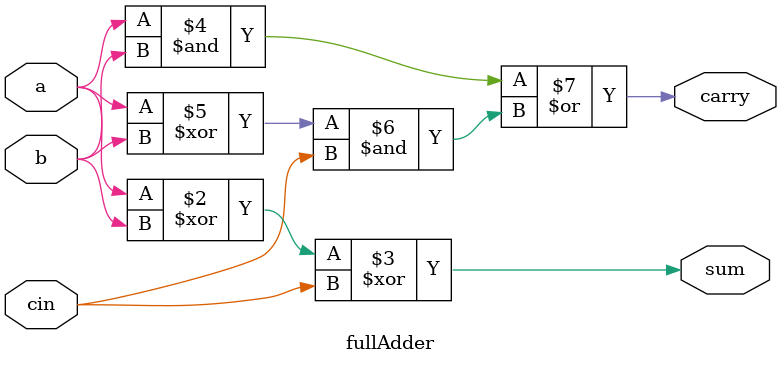
<source format=v>
`timescale 1ns / 1ps
module FourBitAdder(
    input [3:0]a,
    input [3:0]b,
    input cin,
    output [4:0]sum
    );
	 wire [2:0]c;
	 fullAdder first(a[0],b[0],cin,sum[0],c[0]);
	 fullAdder second(a[1],b[1],c[0],sum[1],c[1]);
	 fullAdder third(a[2],b[2],c[1],sum[2],c[2]);
	 fullAdder fourth(a[3],b[3],c[2],sum[3],sum[4]);
endmodule
module fullAdder(
    input a,
    input b,
    input cin,
    output sum,
    output carry
    );
	 reg sum , carry;
	 always @(*)
	 begin
		sum = (a^b^cin);
		carry = (a&b)|((a^b)&cin);
	 end


endmodule
</source>
